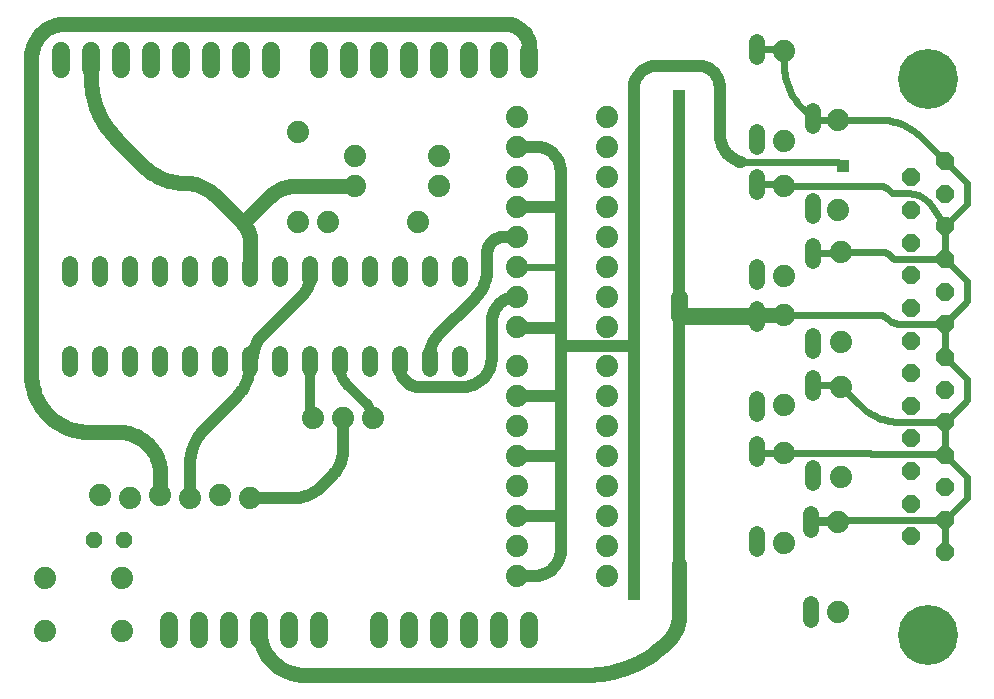
<source format=gbl>
G75*
G70*
%OFA0B0*%
%FSLAX24Y24*%
%IPPOS*%
%LPD*%
%AMOC8*
5,1,8,0,0,1.08239X$1,22.5*
%
%ADD10C,0.0600*%
%ADD11C,0.0520*%
%ADD12C,0.0740*%
%ADD13OC8,0.0520*%
%ADD14OC8,0.0600*%
%ADD15C,0.2000*%
%ADD16C,0.0400*%
%ADD17R,0.0396X0.0396*%
%ADD18C,0.0240*%
%ADD19C,0.0500*%
%ADD20C,0.0560*%
%ADD21C,0.0100*%
%ADD22C,0.0320*%
D10*
X005393Y004900D02*
X005393Y005500D01*
X006393Y005500D02*
X006393Y004900D01*
X007393Y004900D02*
X007393Y005500D01*
X008393Y005500D02*
X008393Y004900D01*
X009393Y004900D02*
X009393Y005500D01*
X010393Y005500D02*
X010393Y004900D01*
X012393Y004900D02*
X012393Y005500D01*
X013393Y005500D02*
X013393Y004900D01*
X014393Y004900D02*
X014393Y005500D01*
X015393Y005500D02*
X015393Y004900D01*
X016393Y004900D02*
X016393Y005500D01*
X017393Y005500D02*
X017393Y004900D01*
X017393Y023900D02*
X017393Y024500D01*
X016393Y024500D02*
X016393Y023900D01*
X015393Y023900D02*
X015393Y024500D01*
X014393Y024500D02*
X014393Y023900D01*
X013393Y023900D02*
X013393Y024500D01*
X012393Y024500D02*
X012393Y023900D01*
X011393Y023900D02*
X011393Y024500D01*
X010393Y024500D02*
X010393Y023900D01*
X008793Y023900D02*
X008793Y024500D01*
X007793Y024500D02*
X007793Y023900D01*
X006793Y023900D02*
X006793Y024500D01*
X005793Y024500D02*
X005793Y023900D01*
X004793Y023900D02*
X004793Y024500D01*
X003793Y024500D02*
X003793Y023900D01*
X002793Y023900D02*
X002793Y024500D01*
X001793Y024500D02*
X001793Y023900D01*
D11*
X002093Y017410D02*
X002093Y016890D01*
X003093Y016890D02*
X003093Y017410D01*
X004093Y017410D02*
X004093Y016890D01*
X005093Y016890D02*
X005093Y017410D01*
X006093Y017410D02*
X006093Y016890D01*
X007093Y016890D02*
X007093Y017410D01*
X008093Y017410D02*
X008093Y016890D01*
X009093Y016890D02*
X009093Y017410D01*
X010093Y017410D02*
X010093Y016890D01*
X011093Y016890D02*
X011093Y017410D01*
X012093Y017410D02*
X012093Y016890D01*
X013093Y016890D02*
X013093Y017410D01*
X014093Y017410D02*
X014093Y016890D01*
X015093Y016890D02*
X015093Y017410D01*
X015093Y014410D02*
X015093Y013890D01*
X014093Y013890D02*
X014093Y014410D01*
X013093Y014410D02*
X013093Y013890D01*
X012093Y013890D02*
X012093Y014410D01*
X011093Y014410D02*
X011093Y013890D01*
X010093Y013890D02*
X010093Y014410D01*
X009093Y014410D02*
X009093Y013890D01*
X008093Y013890D02*
X008093Y014410D01*
X007093Y014410D02*
X007093Y013890D01*
X006093Y013890D02*
X006093Y014410D01*
X005093Y014410D02*
X005093Y013890D01*
X004093Y013890D02*
X004093Y014410D01*
X003093Y014410D02*
X003093Y013890D01*
X002093Y013890D02*
X002093Y014410D01*
X024993Y015390D02*
X024993Y015910D01*
X024993Y016790D02*
X024993Y017310D01*
X026843Y017490D02*
X026843Y018010D01*
X026843Y018990D02*
X026843Y019510D01*
X024993Y019790D02*
X024993Y020310D01*
X024993Y021290D02*
X024993Y021810D01*
X026843Y021990D02*
X026843Y022510D01*
X024993Y024290D02*
X024993Y024810D01*
X026843Y015010D02*
X026843Y014490D01*
X026843Y013610D02*
X026843Y013090D01*
X024993Y012910D02*
X024993Y012390D01*
X024993Y011410D02*
X024993Y010890D01*
X026843Y010610D02*
X026843Y010090D01*
X026793Y009060D02*
X026793Y008540D01*
X024993Y008410D02*
X024993Y007890D01*
X026793Y006060D02*
X026793Y005540D01*
D12*
X027693Y005800D03*
X025893Y008100D03*
X027693Y008800D03*
X027793Y010300D03*
X025893Y011100D03*
X025893Y012700D03*
X027793Y013300D03*
X027793Y014800D03*
X025893Y015700D03*
X025893Y017000D03*
X027793Y017800D03*
X027693Y019200D03*
X025893Y020000D03*
X025893Y021500D03*
X027693Y022200D03*
X025893Y024500D03*
X019993Y022300D03*
X019993Y021300D03*
X019993Y020300D03*
X019993Y019300D03*
X019993Y018300D03*
X019993Y017300D03*
X019993Y016300D03*
X019993Y015300D03*
X019993Y014000D03*
X019993Y013000D03*
X019993Y012000D03*
X019993Y011000D03*
X019993Y010000D03*
X019993Y009000D03*
X019993Y008000D03*
X019993Y007000D03*
X016993Y007000D03*
X016993Y008000D03*
X016993Y009000D03*
X016993Y010000D03*
X016993Y011000D03*
X016993Y012000D03*
X016993Y013000D03*
X016993Y014000D03*
X016993Y015300D03*
X016993Y016300D03*
X016993Y017300D03*
X016993Y018300D03*
X016993Y019300D03*
X016993Y020300D03*
X016993Y021300D03*
X016993Y022300D03*
X014393Y021000D03*
X014393Y020000D03*
X013693Y018800D03*
X011593Y020000D03*
X011593Y021000D03*
X009693Y021800D03*
X009693Y018800D03*
X010693Y018800D03*
X010193Y012250D03*
X011193Y012250D03*
X012193Y012250D03*
X008093Y009600D03*
X007093Y009700D03*
X006093Y009600D03*
X005093Y009700D03*
X004093Y009600D03*
X003093Y009700D03*
X003823Y006940D03*
X003823Y005160D03*
X001263Y005160D03*
X001263Y006940D03*
D13*
X002893Y008200D03*
X003893Y008200D03*
D14*
X030133Y008320D03*
X031253Y007780D03*
X031253Y008870D03*
X031253Y009950D03*
X030133Y009410D03*
X030133Y010500D03*
X031253Y011040D03*
X030133Y011580D03*
X031253Y012130D03*
X031253Y013210D03*
X030133Y012670D03*
X030133Y013760D03*
X031253Y014300D03*
X030133Y014840D03*
X031253Y015390D03*
X030133Y015930D03*
X030133Y017020D03*
X031253Y017560D03*
X031253Y016470D03*
X030133Y018100D03*
X031253Y018650D03*
X030133Y019190D03*
X030133Y020280D03*
X031253Y020820D03*
X031253Y019730D03*
D15*
X030693Y023560D03*
X030693Y005040D03*
D16*
X022393Y007400D02*
X022393Y009700D01*
X022393Y011900D01*
X022393Y014200D01*
X022393Y016300D01*
X022393Y018600D01*
X022393Y020800D01*
X022393Y023000D01*
X023043Y024000D02*
X023093Y023998D01*
X023143Y023993D01*
X023192Y023984D01*
X023240Y023972D01*
X023288Y023956D01*
X023334Y023937D01*
X023378Y023914D01*
X023421Y023889D01*
X023462Y023860D01*
X023501Y023829D01*
X023538Y023795D01*
X023572Y023758D01*
X023603Y023719D01*
X023632Y023678D01*
X023657Y023635D01*
X023680Y023591D01*
X023699Y023545D01*
X023715Y023497D01*
X023727Y023449D01*
X023736Y023400D01*
X023741Y023350D01*
X023743Y023300D01*
X023743Y021750D01*
X023744Y021750D02*
X023746Y021689D01*
X023751Y021628D01*
X023760Y021568D01*
X023773Y021508D01*
X023790Y021449D01*
X023809Y021391D01*
X023833Y021334D01*
X023859Y021279D01*
X023889Y021226D01*
X023922Y021175D01*
X023958Y021125D01*
X023997Y021078D01*
X024039Y021033D01*
X024083Y020991D01*
X024130Y020952D01*
X024179Y020915D01*
X024230Y020882D01*
X024283Y020851D01*
X024338Y020824D01*
X024394Y020800D01*
X024393Y020800D02*
X024405Y020796D01*
X024418Y020795D01*
X024431Y020796D01*
X024443Y020800D01*
X020893Y023101D02*
X020886Y023153D01*
X020882Y023207D01*
X020881Y023260D01*
X020885Y023313D01*
X020892Y023366D01*
X020903Y023419D01*
X020917Y023470D01*
X020935Y023520D01*
X020957Y023569D01*
X020982Y023616D01*
X021010Y023662D01*
X021041Y023705D01*
X021075Y023746D01*
X021112Y023785D01*
X021152Y023820D01*
X021194Y023853D01*
X021238Y023883D01*
X021284Y023910D01*
X021332Y023934D01*
X021381Y023954D01*
X021432Y023970D01*
X021484Y023983D01*
X021537Y023993D01*
X021590Y023998D01*
X021643Y024000D01*
X023043Y024000D01*
X020893Y023100D02*
X020893Y022050D01*
X020893Y019800D01*
X020893Y017550D01*
X020893Y015300D01*
X020893Y014650D01*
X018443Y014650D01*
X018443Y015250D01*
X016993Y015250D01*
X016143Y015450D02*
X016145Y015506D01*
X016150Y015561D01*
X016159Y015616D01*
X016172Y015670D01*
X016188Y015723D01*
X016208Y015775D01*
X016231Y015826D01*
X016257Y015875D01*
X016286Y015922D01*
X016319Y015967D01*
X016354Y016010D01*
X016392Y016051D01*
X016433Y016089D01*
X016476Y016124D01*
X016521Y016157D01*
X016568Y016186D01*
X016617Y016212D01*
X016668Y016235D01*
X016720Y016255D01*
X016773Y016271D01*
X016827Y016284D01*
X016882Y016293D01*
X016937Y016298D01*
X016993Y016300D01*
X016143Y015450D02*
X016143Y014250D01*
X016141Y014190D01*
X016136Y014131D01*
X016126Y014072D01*
X016113Y014014D01*
X016097Y013956D01*
X016076Y013900D01*
X016053Y013846D01*
X016025Y013792D01*
X015995Y013741D01*
X015962Y013692D01*
X015925Y013644D01*
X015886Y013600D01*
X015843Y013557D01*
X015799Y013518D01*
X015751Y013481D01*
X015702Y013448D01*
X015651Y013418D01*
X015597Y013390D01*
X015543Y013367D01*
X015487Y013346D01*
X015429Y013330D01*
X015371Y013317D01*
X015312Y013307D01*
X015253Y013302D01*
X015193Y013300D01*
X013704Y013300D01*
X013656Y013302D01*
X013609Y013308D01*
X013562Y013317D01*
X013515Y013330D01*
X013471Y013346D01*
X013427Y013366D01*
X013385Y013390D01*
X013345Y013416D01*
X013308Y013446D01*
X013273Y013479D01*
X013240Y013514D01*
X013210Y013551D01*
X013184Y013591D01*
X013160Y013633D01*
X013140Y013677D01*
X013124Y013721D01*
X013111Y013768D01*
X013102Y013815D01*
X013096Y013862D01*
X013094Y013910D01*
X013093Y013910D02*
X013093Y014150D01*
X014093Y014150D02*
X014093Y014369D01*
X014363Y015019D02*
X015582Y016239D01*
X015993Y017231D02*
X015993Y017730D01*
X015995Y017775D01*
X016000Y017819D01*
X016009Y017863D01*
X016021Y017906D01*
X016036Y017948D01*
X016055Y017989D01*
X016077Y018028D01*
X016102Y018065D01*
X016130Y018100D01*
X016160Y018133D01*
X016193Y018163D01*
X016228Y018191D01*
X016265Y018216D01*
X016304Y018238D01*
X016345Y018257D01*
X016387Y018272D01*
X016430Y018284D01*
X016474Y018293D01*
X016518Y018298D01*
X016563Y018300D01*
X016993Y018300D01*
X016993Y019300D02*
X018443Y019300D01*
X018443Y020494D01*
X018441Y020549D01*
X018435Y020604D01*
X018426Y020658D01*
X018413Y020711D01*
X018396Y020764D01*
X018376Y020815D01*
X018353Y020865D01*
X018326Y020913D01*
X018295Y020959D01*
X018262Y021003D01*
X018226Y021044D01*
X018187Y021083D01*
X018146Y021119D01*
X018102Y021152D01*
X018056Y021183D01*
X018008Y021210D01*
X017958Y021233D01*
X017907Y021253D01*
X017854Y021270D01*
X017801Y021283D01*
X017747Y021292D01*
X017692Y021298D01*
X017637Y021300D01*
X016993Y021300D01*
X018443Y019300D02*
X018443Y017300D01*
X018443Y015250D01*
X018443Y014650D02*
X018443Y012950D01*
X018443Y010950D01*
X018443Y008950D01*
X018443Y007849D01*
X018444Y007849D02*
X018442Y007793D01*
X018437Y007738D01*
X018428Y007683D01*
X018415Y007629D01*
X018399Y007576D01*
X018379Y007524D01*
X018356Y007473D01*
X018330Y007425D01*
X018301Y007377D01*
X018269Y007332D01*
X018233Y007289D01*
X018195Y007249D01*
X018155Y007211D01*
X018112Y007175D01*
X018067Y007143D01*
X018020Y007114D01*
X017971Y007088D01*
X017920Y007065D01*
X017868Y007045D01*
X017815Y007029D01*
X017761Y007016D01*
X017706Y007007D01*
X017651Y007002D01*
X017595Y007000D01*
X016993Y007000D01*
X016993Y009000D02*
X018393Y009000D01*
X018393Y011000D02*
X016993Y011000D01*
X016993Y013000D02*
X018393Y013000D01*
X020893Y013150D02*
X020893Y010900D01*
X020893Y008650D01*
X020893Y006400D01*
X020893Y013150D02*
X020893Y014650D01*
X014363Y015019D02*
X014325Y014978D01*
X014290Y014936D01*
X014257Y014891D01*
X014227Y014844D01*
X014199Y014796D01*
X014175Y014746D01*
X014154Y014695D01*
X014136Y014642D01*
X014121Y014589D01*
X014109Y014535D01*
X014101Y014480D01*
X014096Y014424D01*
X014094Y014369D01*
X011193Y012250D02*
X011193Y011253D01*
X010803Y010309D02*
X010435Y009942D01*
X009610Y009600D02*
X008093Y009600D01*
X006094Y010732D02*
X006096Y010811D01*
X006102Y010890D01*
X006111Y010969D01*
X006125Y011046D01*
X006142Y011124D01*
X006163Y011200D01*
X006188Y011275D01*
X006217Y011349D01*
X006249Y011421D01*
X006284Y011492D01*
X006323Y011561D01*
X006366Y011628D01*
X006411Y011692D01*
X006460Y011755D01*
X006512Y011815D01*
X006566Y011872D01*
X007598Y012905D01*
X007652Y012961D01*
X007703Y013020D01*
X007752Y013082D01*
X007797Y013145D01*
X007840Y013210D01*
X007879Y013278D01*
X007916Y013347D01*
X007949Y013417D01*
X007979Y013490D01*
X008005Y013563D01*
X008028Y013638D01*
X008048Y013713D01*
X008064Y013789D01*
X008077Y013867D01*
X008086Y013944D01*
X008091Y014022D01*
X008093Y014100D01*
X008476Y014983D02*
X009815Y016322D01*
X009816Y016322D02*
X009855Y016364D01*
X009892Y016408D01*
X009926Y016454D01*
X009957Y016502D01*
X009985Y016552D01*
X010010Y016604D01*
X010032Y016656D01*
X010051Y016711D01*
X010066Y016766D01*
X010078Y016822D01*
X010087Y016879D01*
X010092Y016936D01*
X010094Y016993D01*
X008476Y014983D02*
X008436Y014941D01*
X008399Y014896D01*
X008364Y014849D01*
X008332Y014800D01*
X008304Y014749D01*
X008278Y014696D01*
X008256Y014643D01*
X008237Y014587D01*
X008221Y014531D01*
X008209Y014474D01*
X008200Y014416D01*
X008195Y014358D01*
X008193Y014300D01*
X011193Y011253D02*
X011191Y011183D01*
X011186Y011114D01*
X011177Y011044D01*
X011164Y010976D01*
X011148Y010908D01*
X011128Y010841D01*
X011104Y010775D01*
X011078Y010710D01*
X011048Y010647D01*
X011014Y010586D01*
X010978Y010526D01*
X010938Y010469D01*
X010896Y010413D01*
X010850Y010360D01*
X010802Y010310D01*
X010434Y009942D02*
X010387Y009897D01*
X010337Y009854D01*
X010285Y009815D01*
X010230Y009779D01*
X010174Y009745D01*
X010116Y009715D01*
X010056Y009689D01*
X009995Y009665D01*
X009933Y009646D01*
X009869Y009629D01*
X009805Y009616D01*
X009741Y009607D01*
X009675Y009602D01*
X009610Y009600D01*
X006093Y009600D02*
X006093Y010732D01*
X015583Y016238D02*
X015633Y016292D01*
X015681Y016347D01*
X015726Y016406D01*
X015767Y016466D01*
X015806Y016529D01*
X015841Y016594D01*
X015873Y016660D01*
X015901Y016728D01*
X015925Y016797D01*
X015946Y016868D01*
X015963Y016939D01*
X015977Y017011D01*
X015986Y017084D01*
X015992Y017158D01*
X015994Y017231D01*
D17*
X020893Y017550D03*
X022393Y018600D03*
X020893Y019800D03*
X022393Y020800D03*
X020893Y022050D03*
X022393Y023000D03*
X027843Y020650D03*
X022393Y016300D03*
X020893Y015300D03*
X022393Y014200D03*
X020893Y013150D03*
X022393Y011900D03*
X020893Y010900D03*
X022393Y009700D03*
X020893Y008650D03*
X022393Y007400D03*
X020893Y006400D03*
D18*
X018443Y008950D02*
X018441Y008963D01*
X018436Y008975D01*
X018428Y008985D01*
X018418Y008993D01*
X018406Y008998D01*
X018393Y009000D01*
X018443Y010950D02*
X018441Y010963D01*
X018436Y010975D01*
X018428Y010985D01*
X018418Y010993D01*
X018406Y010998D01*
X018393Y011000D01*
X018443Y012950D02*
X018441Y012963D01*
X018436Y012975D01*
X018428Y012985D01*
X018418Y012993D01*
X018406Y012998D01*
X018393Y013000D01*
X016993Y015250D02*
X016993Y015300D01*
X016993Y017300D02*
X018443Y017300D01*
X024443Y020800D02*
X027693Y020800D01*
X027843Y020650D01*
X029070Y022200D02*
X029165Y022198D01*
X029260Y022191D01*
X029355Y022179D01*
X029448Y022163D01*
X029541Y022142D01*
X029633Y022117D01*
X029723Y022087D01*
X029812Y022052D01*
X029899Y022014D01*
X029984Y021971D01*
X030067Y021924D01*
X030147Y021873D01*
X030225Y021818D01*
X030300Y021760D01*
X030372Y021698D01*
X030441Y021632D01*
X031253Y020820D01*
X031993Y020080D01*
X031993Y019400D01*
X031253Y018660D01*
X031253Y018650D01*
X031253Y017560D01*
X031993Y016820D01*
X031993Y016150D01*
X031253Y015410D01*
X031253Y015390D01*
X031253Y014300D01*
X031993Y013560D01*
X031993Y012850D01*
X031273Y012130D01*
X031253Y012130D01*
X029749Y012130D01*
X028855Y011050D02*
X028832Y011052D01*
X028809Y011057D01*
X028787Y011066D01*
X028767Y011079D01*
X028749Y011094D01*
X028743Y011100D01*
X025893Y011100D01*
X025043Y011100D01*
X024993Y011150D01*
X026863Y008870D02*
X031253Y008870D01*
X031253Y007780D01*
X031263Y008870D02*
X031253Y008870D01*
X031263Y008870D02*
X031993Y009600D01*
X031993Y010300D01*
X031253Y011040D01*
X031253Y012130D01*
X031243Y011050D02*
X028855Y011050D01*
X028408Y012685D02*
X027793Y013300D01*
X027743Y013350D01*
X026843Y013350D01*
X029023Y015700D02*
X029063Y015698D01*
X029103Y015692D01*
X029143Y015682D01*
X029181Y015669D01*
X029217Y015651D01*
X029252Y015631D01*
X029284Y015606D01*
X029314Y015579D01*
X029023Y015700D02*
X025893Y015700D01*
X025043Y015700D02*
X024993Y015650D01*
X026843Y017750D02*
X027743Y017750D01*
X027793Y017800D01*
X029143Y017800D01*
X029400Y017693D02*
X029478Y017615D01*
X029636Y017550D02*
X031243Y017550D01*
X031253Y018650D02*
X030778Y019353D01*
X030030Y019750D02*
X029597Y019750D01*
X029420Y019823D02*
X029374Y019869D01*
X029420Y019823D02*
X029441Y019805D01*
X029464Y019788D01*
X029489Y019775D01*
X029514Y019764D01*
X029541Y019756D01*
X029569Y019752D01*
X029597Y019750D01*
X029374Y019869D02*
X029345Y019895D01*
X029314Y019919D01*
X029281Y019940D01*
X029247Y019958D01*
X029211Y019973D01*
X029174Y019985D01*
X029136Y019993D01*
X029097Y019998D01*
X029058Y020000D01*
X025893Y020000D01*
X025843Y020050D01*
X024993Y020050D01*
X026893Y022200D02*
X026843Y022250D01*
X026462Y022631D01*
X026893Y022200D02*
X027693Y022200D01*
X029070Y022200D01*
X026462Y022631D02*
X026396Y022700D01*
X026334Y022772D01*
X026275Y022847D01*
X026220Y022925D01*
X026169Y023006D01*
X026122Y023089D01*
X026079Y023174D01*
X026041Y023261D01*
X026007Y023350D01*
X025977Y023440D01*
X025951Y023532D01*
X025930Y023625D01*
X025914Y023719D01*
X025902Y023814D01*
X025895Y023909D01*
X025893Y024004D01*
X025893Y024500D01*
X025843Y024550D01*
X024993Y024550D01*
X020893Y023250D02*
X020893Y023100D01*
X029143Y017800D02*
X029179Y017798D01*
X029214Y017793D01*
X029249Y017784D01*
X029282Y017772D01*
X029315Y017757D01*
X029345Y017739D01*
X029374Y017717D01*
X029400Y017693D01*
X029478Y017616D02*
X029500Y017596D01*
X029524Y017580D01*
X029550Y017567D01*
X029578Y017558D01*
X029607Y017552D01*
X029636Y017550D01*
X030777Y019353D02*
X030743Y019401D01*
X030705Y019446D01*
X030665Y019489D01*
X030622Y019529D01*
X030576Y019566D01*
X030529Y019600D01*
X030479Y019630D01*
X030427Y019658D01*
X030373Y019682D01*
X030318Y019703D01*
X030262Y019720D01*
X030205Y019733D01*
X030147Y019742D01*
X030089Y019748D01*
X030030Y019750D01*
X029314Y015579D02*
X029350Y015547D01*
X029387Y015517D01*
X029427Y015490D01*
X029469Y015467D01*
X029513Y015447D01*
X029558Y015430D01*
X029604Y015417D01*
X029651Y015408D01*
X029699Y015402D01*
X029747Y015400D01*
X031243Y015400D01*
X029749Y012130D02*
X029656Y012132D01*
X029563Y012139D01*
X029471Y012151D01*
X029379Y012166D01*
X029288Y012187D01*
X029199Y012212D01*
X029110Y012241D01*
X029023Y012274D01*
X028938Y012312D01*
X028855Y012354D01*
X028774Y012400D01*
X028696Y012450D01*
X028620Y012503D01*
X028546Y012560D01*
X028476Y012621D01*
X028408Y012685D01*
X026863Y008870D02*
X026793Y008800D01*
X027693Y008800D01*
X010093Y016993D02*
X010093Y017150D01*
X008193Y014300D02*
X008043Y014150D01*
X007993Y014100D01*
X008093Y014100D02*
X008093Y014150D01*
D19*
X008093Y017150D02*
X008093Y018176D01*
X007865Y018729D02*
X007843Y018750D01*
X008726Y019633D01*
X009612Y020000D02*
X011593Y020000D01*
X009612Y020000D02*
X009546Y019998D01*
X009481Y019993D01*
X009416Y019985D01*
X009351Y019973D01*
X009288Y019957D01*
X009225Y019939D01*
X009163Y019917D01*
X009102Y019892D01*
X009043Y019863D01*
X008985Y019832D01*
X008930Y019798D01*
X008876Y019761D01*
X008823Y019721D01*
X008774Y019678D01*
X008726Y019633D01*
X007843Y018750D02*
X006913Y019681D01*
X006858Y019732D01*
X006801Y019781D01*
X006742Y019827D01*
X006680Y019869D01*
X006616Y019908D01*
X006550Y019944D01*
X006482Y019976D01*
X006413Y020005D01*
X006343Y020030D01*
X006271Y020051D01*
X006198Y020069D01*
X006124Y020082D01*
X006050Y020092D01*
X005975Y020098D01*
X005900Y020100D01*
X004523Y020671D02*
X003669Y021525D01*
X002793Y023497D02*
X002793Y024200D01*
X001911Y025400D02*
X001846Y025398D01*
X001781Y025392D01*
X001717Y025383D01*
X001653Y025370D01*
X001590Y025353D01*
X001529Y025333D01*
X001468Y025309D01*
X001409Y025281D01*
X001352Y025250D01*
X001297Y025216D01*
X001243Y025179D01*
X001192Y025138D01*
X001144Y025095D01*
X001098Y025049D01*
X001055Y025001D01*
X001014Y024950D01*
X000977Y024896D01*
X000943Y024841D01*
X000912Y024784D01*
X000884Y024725D01*
X000860Y024664D01*
X000840Y024603D01*
X000823Y024540D01*
X000810Y024476D01*
X000801Y024412D01*
X000795Y024347D01*
X000793Y024282D01*
X000793Y013721D01*
X000795Y013630D01*
X000802Y013538D01*
X000813Y013448D01*
X000828Y013357D01*
X000847Y013268D01*
X000871Y013180D01*
X000899Y013093D01*
X000931Y013007D01*
X000967Y012923D01*
X001007Y012841D01*
X001050Y012761D01*
X001098Y012682D01*
X001149Y012607D01*
X001204Y012534D01*
X001262Y012463D01*
X001324Y012395D01*
X001388Y012331D01*
X001456Y012269D01*
X001527Y012211D01*
X001600Y012156D01*
X001675Y012105D01*
X001753Y012057D01*
X001834Y012014D01*
X001916Y011974D01*
X002000Y011938D01*
X002086Y011906D01*
X002173Y011878D01*
X002261Y011854D01*
X002350Y011835D01*
X002441Y011820D01*
X002531Y011809D01*
X002623Y011802D01*
X002714Y011800D01*
X003679Y011800D01*
X003753Y011798D01*
X003827Y011792D01*
X003900Y011783D01*
X003973Y011769D01*
X004045Y011752D01*
X004116Y011731D01*
X004186Y011706D01*
X004254Y011678D01*
X004321Y011646D01*
X004386Y011611D01*
X004449Y011572D01*
X004510Y011530D01*
X004569Y011485D01*
X004625Y011437D01*
X004679Y011386D01*
X004730Y011332D01*
X004778Y011276D01*
X004823Y011217D01*
X004865Y011156D01*
X004904Y011093D01*
X004939Y011028D01*
X004971Y010961D01*
X004999Y010893D01*
X005024Y010823D01*
X005045Y010752D01*
X005062Y010680D01*
X005076Y010607D01*
X005085Y010534D01*
X005091Y010460D01*
X005093Y010386D01*
X005093Y009700D01*
X008393Y005200D02*
X008395Y005124D01*
X008401Y005048D01*
X008410Y004973D01*
X008424Y004898D01*
X008441Y004824D01*
X008462Y004751D01*
X008486Y004679D01*
X008515Y004608D01*
X008546Y004539D01*
X008581Y004472D01*
X008620Y004407D01*
X008662Y004343D01*
X008707Y004282D01*
X008755Y004223D01*
X008806Y004167D01*
X008860Y004113D01*
X008916Y004062D01*
X008975Y004014D01*
X009036Y003969D01*
X009100Y003927D01*
X009165Y003888D01*
X009232Y003853D01*
X009301Y003822D01*
X009372Y003793D01*
X009444Y003769D01*
X009517Y003748D01*
X009591Y003731D01*
X009666Y003717D01*
X009741Y003708D01*
X009817Y003702D01*
X009893Y003700D01*
X019294Y003700D01*
X022024Y004830D02*
X022069Y004878D01*
X022112Y004928D01*
X022152Y004981D01*
X022190Y005035D01*
X022224Y005092D01*
X022256Y005150D01*
X022284Y005209D01*
X022309Y005270D01*
X022331Y005332D01*
X022350Y005396D01*
X022365Y005460D01*
X022377Y005525D01*
X022386Y005590D01*
X022391Y005656D01*
X022393Y005722D01*
X022393Y007400D01*
X022023Y004831D02*
X021894Y004707D01*
X021760Y004590D01*
X021620Y004480D01*
X021475Y004376D01*
X021326Y004278D01*
X021172Y004188D01*
X021015Y004105D01*
X020853Y004029D01*
X020688Y003961D01*
X020521Y003900D01*
X020350Y003847D01*
X020178Y003803D01*
X020003Y003766D01*
X019827Y003737D01*
X019650Y003716D01*
X019472Y003704D01*
X019294Y003700D01*
X025043Y015700D02*
X025893Y015700D01*
X017393Y024200D02*
X017393Y024619D01*
X017391Y024675D01*
X017385Y024730D01*
X017375Y024785D01*
X017361Y024839D01*
X017344Y024892D01*
X017322Y024943D01*
X017297Y024993D01*
X017269Y025041D01*
X017237Y025087D01*
X017202Y025130D01*
X017164Y025171D01*
X017123Y025209D01*
X017080Y025244D01*
X017034Y025276D01*
X016986Y025304D01*
X016936Y025329D01*
X016885Y025351D01*
X016832Y025368D01*
X016778Y025382D01*
X016723Y025392D01*
X016668Y025398D01*
X016612Y025400D01*
X001911Y025400D01*
X002794Y023496D02*
X002800Y023366D01*
X002812Y023237D01*
X002831Y023108D01*
X002855Y022980D01*
X002885Y022853D01*
X002921Y022728D01*
X002962Y022604D01*
X003010Y022483D01*
X003063Y022364D01*
X003121Y022248D01*
X003184Y022134D01*
X003253Y022023D01*
X003327Y021916D01*
X003406Y021812D01*
X003489Y021712D01*
X003577Y021616D01*
X003669Y021524D01*
X004523Y020671D02*
X004588Y020608D01*
X004656Y020549D01*
X004726Y020493D01*
X004799Y020441D01*
X004875Y020392D01*
X004952Y020346D01*
X005032Y020304D01*
X005113Y020266D01*
X005196Y020232D01*
X005281Y020201D01*
X005367Y020174D01*
X005454Y020152D01*
X005542Y020133D01*
X005631Y020119D01*
X005720Y020108D01*
X005810Y020102D01*
X005900Y020100D01*
X007864Y018728D02*
X007899Y018691D01*
X007932Y018651D01*
X007961Y018610D01*
X007988Y018567D01*
X008012Y018521D01*
X008034Y018475D01*
X008052Y018427D01*
X008066Y018378D01*
X008078Y018328D01*
X008086Y018278D01*
X008091Y018227D01*
X008093Y018176D01*
D20*
X022393Y016300D02*
X022393Y015650D01*
X024993Y015650D01*
D21*
X008093Y014100D02*
X008043Y014150D01*
D22*
X010093Y014150D02*
X010093Y012350D01*
X010193Y012250D01*
X011979Y012713D02*
X012009Y012681D01*
X012036Y012647D01*
X012061Y012610D01*
X012082Y012572D01*
X012100Y012532D01*
X012116Y012491D01*
X012128Y012448D01*
X012136Y012405D01*
X012141Y012362D01*
X012143Y012318D01*
X012143Y012300D01*
X012193Y012250D01*
X011980Y012714D02*
X011315Y013378D01*
X011093Y013913D02*
X011093Y014150D01*
X011093Y013913D02*
X011095Y013859D01*
X011101Y013805D01*
X011110Y013752D01*
X011124Y013700D01*
X011141Y013648D01*
X011161Y013599D01*
X011186Y013550D01*
X011213Y013504D01*
X011244Y013459D01*
X011278Y013417D01*
X011315Y013378D01*
M02*

</source>
